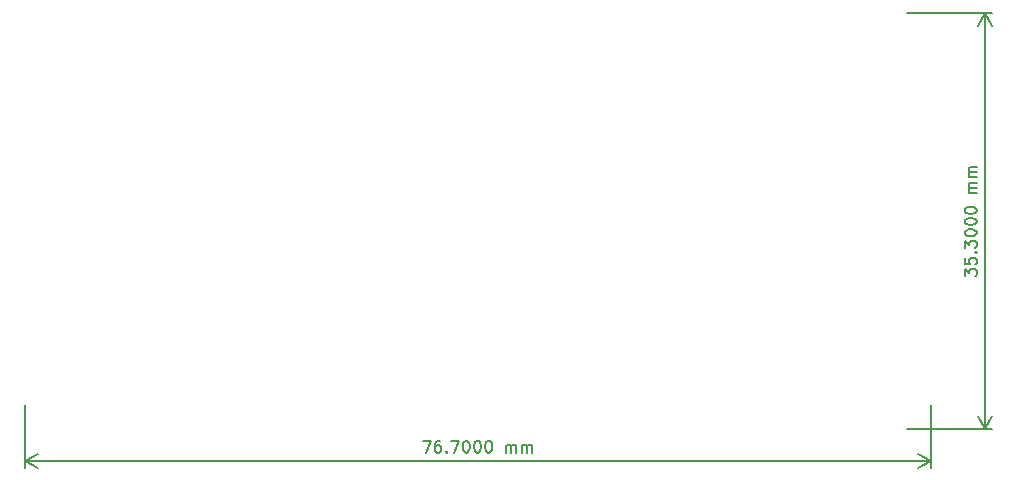
<source format=gbr>
%TF.GenerationSoftware,KiCad,Pcbnew,7.0.8*%
%TF.CreationDate,2023-12-06T00:15:52+05:30*%
%TF.ProjectId,PD Board,50442042-6f61-4726-942e-6b696361645f,V04*%
%TF.SameCoordinates,Original*%
%TF.FileFunction,Other,User*%
%FSLAX46Y46*%
G04 Gerber Fmt 4.6, Leading zero omitted, Abs format (unit mm)*
G04 Created by KiCad (PCBNEW 7.0.8) date 2023-12-06 00:15:52*
%MOMM*%
%LPD*%
G01*
G04 APERTURE LIST*
%ADD10C,0.150000*%
G04 APERTURE END LIST*
D10*
X224383334Y-108604818D02*
X225050000Y-108604818D01*
X225050000Y-108604818D02*
X224621429Y-109604818D01*
X225859524Y-108604818D02*
X225669048Y-108604818D01*
X225669048Y-108604818D02*
X225573810Y-108652437D01*
X225573810Y-108652437D02*
X225526191Y-108700056D01*
X225526191Y-108700056D02*
X225430953Y-108842913D01*
X225430953Y-108842913D02*
X225383334Y-109033389D01*
X225383334Y-109033389D02*
X225383334Y-109414341D01*
X225383334Y-109414341D02*
X225430953Y-109509579D01*
X225430953Y-109509579D02*
X225478572Y-109557199D01*
X225478572Y-109557199D02*
X225573810Y-109604818D01*
X225573810Y-109604818D02*
X225764286Y-109604818D01*
X225764286Y-109604818D02*
X225859524Y-109557199D01*
X225859524Y-109557199D02*
X225907143Y-109509579D01*
X225907143Y-109509579D02*
X225954762Y-109414341D01*
X225954762Y-109414341D02*
X225954762Y-109176246D01*
X225954762Y-109176246D02*
X225907143Y-109081008D01*
X225907143Y-109081008D02*
X225859524Y-109033389D01*
X225859524Y-109033389D02*
X225764286Y-108985770D01*
X225764286Y-108985770D02*
X225573810Y-108985770D01*
X225573810Y-108985770D02*
X225478572Y-109033389D01*
X225478572Y-109033389D02*
X225430953Y-109081008D01*
X225430953Y-109081008D02*
X225383334Y-109176246D01*
X226383334Y-109509579D02*
X226430953Y-109557199D01*
X226430953Y-109557199D02*
X226383334Y-109604818D01*
X226383334Y-109604818D02*
X226335715Y-109557199D01*
X226335715Y-109557199D02*
X226383334Y-109509579D01*
X226383334Y-109509579D02*
X226383334Y-109604818D01*
X226764286Y-108604818D02*
X227430952Y-108604818D01*
X227430952Y-108604818D02*
X227002381Y-109604818D01*
X228002381Y-108604818D02*
X228097619Y-108604818D01*
X228097619Y-108604818D02*
X228192857Y-108652437D01*
X228192857Y-108652437D02*
X228240476Y-108700056D01*
X228240476Y-108700056D02*
X228288095Y-108795294D01*
X228288095Y-108795294D02*
X228335714Y-108985770D01*
X228335714Y-108985770D02*
X228335714Y-109223865D01*
X228335714Y-109223865D02*
X228288095Y-109414341D01*
X228288095Y-109414341D02*
X228240476Y-109509579D01*
X228240476Y-109509579D02*
X228192857Y-109557199D01*
X228192857Y-109557199D02*
X228097619Y-109604818D01*
X228097619Y-109604818D02*
X228002381Y-109604818D01*
X228002381Y-109604818D02*
X227907143Y-109557199D01*
X227907143Y-109557199D02*
X227859524Y-109509579D01*
X227859524Y-109509579D02*
X227811905Y-109414341D01*
X227811905Y-109414341D02*
X227764286Y-109223865D01*
X227764286Y-109223865D02*
X227764286Y-108985770D01*
X227764286Y-108985770D02*
X227811905Y-108795294D01*
X227811905Y-108795294D02*
X227859524Y-108700056D01*
X227859524Y-108700056D02*
X227907143Y-108652437D01*
X227907143Y-108652437D02*
X228002381Y-108604818D01*
X228954762Y-108604818D02*
X229050000Y-108604818D01*
X229050000Y-108604818D02*
X229145238Y-108652437D01*
X229145238Y-108652437D02*
X229192857Y-108700056D01*
X229192857Y-108700056D02*
X229240476Y-108795294D01*
X229240476Y-108795294D02*
X229288095Y-108985770D01*
X229288095Y-108985770D02*
X229288095Y-109223865D01*
X229288095Y-109223865D02*
X229240476Y-109414341D01*
X229240476Y-109414341D02*
X229192857Y-109509579D01*
X229192857Y-109509579D02*
X229145238Y-109557199D01*
X229145238Y-109557199D02*
X229050000Y-109604818D01*
X229050000Y-109604818D02*
X228954762Y-109604818D01*
X228954762Y-109604818D02*
X228859524Y-109557199D01*
X228859524Y-109557199D02*
X228811905Y-109509579D01*
X228811905Y-109509579D02*
X228764286Y-109414341D01*
X228764286Y-109414341D02*
X228716667Y-109223865D01*
X228716667Y-109223865D02*
X228716667Y-108985770D01*
X228716667Y-108985770D02*
X228764286Y-108795294D01*
X228764286Y-108795294D02*
X228811905Y-108700056D01*
X228811905Y-108700056D02*
X228859524Y-108652437D01*
X228859524Y-108652437D02*
X228954762Y-108604818D01*
X229907143Y-108604818D02*
X230002381Y-108604818D01*
X230002381Y-108604818D02*
X230097619Y-108652437D01*
X230097619Y-108652437D02*
X230145238Y-108700056D01*
X230145238Y-108700056D02*
X230192857Y-108795294D01*
X230192857Y-108795294D02*
X230240476Y-108985770D01*
X230240476Y-108985770D02*
X230240476Y-109223865D01*
X230240476Y-109223865D02*
X230192857Y-109414341D01*
X230192857Y-109414341D02*
X230145238Y-109509579D01*
X230145238Y-109509579D02*
X230097619Y-109557199D01*
X230097619Y-109557199D02*
X230002381Y-109604818D01*
X230002381Y-109604818D02*
X229907143Y-109604818D01*
X229907143Y-109604818D02*
X229811905Y-109557199D01*
X229811905Y-109557199D02*
X229764286Y-109509579D01*
X229764286Y-109509579D02*
X229716667Y-109414341D01*
X229716667Y-109414341D02*
X229669048Y-109223865D01*
X229669048Y-109223865D02*
X229669048Y-108985770D01*
X229669048Y-108985770D02*
X229716667Y-108795294D01*
X229716667Y-108795294D02*
X229764286Y-108700056D01*
X229764286Y-108700056D02*
X229811905Y-108652437D01*
X229811905Y-108652437D02*
X229907143Y-108604818D01*
X231430953Y-109604818D02*
X231430953Y-108938151D01*
X231430953Y-109033389D02*
X231478572Y-108985770D01*
X231478572Y-108985770D02*
X231573810Y-108938151D01*
X231573810Y-108938151D02*
X231716667Y-108938151D01*
X231716667Y-108938151D02*
X231811905Y-108985770D01*
X231811905Y-108985770D02*
X231859524Y-109081008D01*
X231859524Y-109081008D02*
X231859524Y-109604818D01*
X231859524Y-109081008D02*
X231907143Y-108985770D01*
X231907143Y-108985770D02*
X232002381Y-108938151D01*
X232002381Y-108938151D02*
X232145238Y-108938151D01*
X232145238Y-108938151D02*
X232240477Y-108985770D01*
X232240477Y-108985770D02*
X232288096Y-109081008D01*
X232288096Y-109081008D02*
X232288096Y-109604818D01*
X232764286Y-109604818D02*
X232764286Y-108938151D01*
X232764286Y-109033389D02*
X232811905Y-108985770D01*
X232811905Y-108985770D02*
X232907143Y-108938151D01*
X232907143Y-108938151D02*
X233050000Y-108938151D01*
X233050000Y-108938151D02*
X233145238Y-108985770D01*
X233145238Y-108985770D02*
X233192857Y-109081008D01*
X233192857Y-109081008D02*
X233192857Y-109604818D01*
X233192857Y-109081008D02*
X233240476Y-108985770D01*
X233240476Y-108985770D02*
X233335714Y-108938151D01*
X233335714Y-108938151D02*
X233478571Y-108938151D01*
X233478571Y-108938151D02*
X233573810Y-108985770D01*
X233573810Y-108985770D02*
X233621429Y-109081008D01*
X233621429Y-109081008D02*
X233621429Y-109604818D01*
X190700000Y-105604416D02*
X190700000Y-110886419D01*
X267400000Y-105604416D02*
X267400000Y-110886419D01*
X190700000Y-110299999D02*
X267400000Y-110299999D01*
X190700000Y-110299999D02*
X267400000Y-110299999D01*
X190700000Y-110299999D02*
X191826504Y-109713578D01*
X190700000Y-110299999D02*
X191826504Y-110886420D01*
X267400000Y-110299999D02*
X266273496Y-110886420D01*
X267400000Y-110299999D02*
X266273496Y-109713578D01*
X270254819Y-94666665D02*
X270254819Y-94047618D01*
X270254819Y-94047618D02*
X270635771Y-94380951D01*
X270635771Y-94380951D02*
X270635771Y-94238094D01*
X270635771Y-94238094D02*
X270683390Y-94142856D01*
X270683390Y-94142856D02*
X270731009Y-94095237D01*
X270731009Y-94095237D02*
X270826247Y-94047618D01*
X270826247Y-94047618D02*
X271064342Y-94047618D01*
X271064342Y-94047618D02*
X271159580Y-94095237D01*
X271159580Y-94095237D02*
X271207200Y-94142856D01*
X271207200Y-94142856D02*
X271254819Y-94238094D01*
X271254819Y-94238094D02*
X271254819Y-94523808D01*
X271254819Y-94523808D02*
X271207200Y-94619046D01*
X271207200Y-94619046D02*
X271159580Y-94666665D01*
X270254819Y-93142856D02*
X270254819Y-93619046D01*
X270254819Y-93619046D02*
X270731009Y-93666665D01*
X270731009Y-93666665D02*
X270683390Y-93619046D01*
X270683390Y-93619046D02*
X270635771Y-93523808D01*
X270635771Y-93523808D02*
X270635771Y-93285713D01*
X270635771Y-93285713D02*
X270683390Y-93190475D01*
X270683390Y-93190475D02*
X270731009Y-93142856D01*
X270731009Y-93142856D02*
X270826247Y-93095237D01*
X270826247Y-93095237D02*
X271064342Y-93095237D01*
X271064342Y-93095237D02*
X271159580Y-93142856D01*
X271159580Y-93142856D02*
X271207200Y-93190475D01*
X271207200Y-93190475D02*
X271254819Y-93285713D01*
X271254819Y-93285713D02*
X271254819Y-93523808D01*
X271254819Y-93523808D02*
X271207200Y-93619046D01*
X271207200Y-93619046D02*
X271159580Y-93666665D01*
X271159580Y-92666665D02*
X271207200Y-92619046D01*
X271207200Y-92619046D02*
X271254819Y-92666665D01*
X271254819Y-92666665D02*
X271207200Y-92714284D01*
X271207200Y-92714284D02*
X271159580Y-92666665D01*
X271159580Y-92666665D02*
X271254819Y-92666665D01*
X270254819Y-92285713D02*
X270254819Y-91666666D01*
X270254819Y-91666666D02*
X270635771Y-91999999D01*
X270635771Y-91999999D02*
X270635771Y-91857142D01*
X270635771Y-91857142D02*
X270683390Y-91761904D01*
X270683390Y-91761904D02*
X270731009Y-91714285D01*
X270731009Y-91714285D02*
X270826247Y-91666666D01*
X270826247Y-91666666D02*
X271064342Y-91666666D01*
X271064342Y-91666666D02*
X271159580Y-91714285D01*
X271159580Y-91714285D02*
X271207200Y-91761904D01*
X271207200Y-91761904D02*
X271254819Y-91857142D01*
X271254819Y-91857142D02*
X271254819Y-92142856D01*
X271254819Y-92142856D02*
X271207200Y-92238094D01*
X271207200Y-92238094D02*
X271159580Y-92285713D01*
X270254819Y-91047618D02*
X270254819Y-90952380D01*
X270254819Y-90952380D02*
X270302438Y-90857142D01*
X270302438Y-90857142D02*
X270350057Y-90809523D01*
X270350057Y-90809523D02*
X270445295Y-90761904D01*
X270445295Y-90761904D02*
X270635771Y-90714285D01*
X270635771Y-90714285D02*
X270873866Y-90714285D01*
X270873866Y-90714285D02*
X271064342Y-90761904D01*
X271064342Y-90761904D02*
X271159580Y-90809523D01*
X271159580Y-90809523D02*
X271207200Y-90857142D01*
X271207200Y-90857142D02*
X271254819Y-90952380D01*
X271254819Y-90952380D02*
X271254819Y-91047618D01*
X271254819Y-91047618D02*
X271207200Y-91142856D01*
X271207200Y-91142856D02*
X271159580Y-91190475D01*
X271159580Y-91190475D02*
X271064342Y-91238094D01*
X271064342Y-91238094D02*
X270873866Y-91285713D01*
X270873866Y-91285713D02*
X270635771Y-91285713D01*
X270635771Y-91285713D02*
X270445295Y-91238094D01*
X270445295Y-91238094D02*
X270350057Y-91190475D01*
X270350057Y-91190475D02*
X270302438Y-91142856D01*
X270302438Y-91142856D02*
X270254819Y-91047618D01*
X270254819Y-90095237D02*
X270254819Y-89999999D01*
X270254819Y-89999999D02*
X270302438Y-89904761D01*
X270302438Y-89904761D02*
X270350057Y-89857142D01*
X270350057Y-89857142D02*
X270445295Y-89809523D01*
X270445295Y-89809523D02*
X270635771Y-89761904D01*
X270635771Y-89761904D02*
X270873866Y-89761904D01*
X270873866Y-89761904D02*
X271064342Y-89809523D01*
X271064342Y-89809523D02*
X271159580Y-89857142D01*
X271159580Y-89857142D02*
X271207200Y-89904761D01*
X271207200Y-89904761D02*
X271254819Y-89999999D01*
X271254819Y-89999999D02*
X271254819Y-90095237D01*
X271254819Y-90095237D02*
X271207200Y-90190475D01*
X271207200Y-90190475D02*
X271159580Y-90238094D01*
X271159580Y-90238094D02*
X271064342Y-90285713D01*
X271064342Y-90285713D02*
X270873866Y-90333332D01*
X270873866Y-90333332D02*
X270635771Y-90333332D01*
X270635771Y-90333332D02*
X270445295Y-90285713D01*
X270445295Y-90285713D02*
X270350057Y-90238094D01*
X270350057Y-90238094D02*
X270302438Y-90190475D01*
X270302438Y-90190475D02*
X270254819Y-90095237D01*
X270254819Y-89142856D02*
X270254819Y-89047618D01*
X270254819Y-89047618D02*
X270302438Y-88952380D01*
X270302438Y-88952380D02*
X270350057Y-88904761D01*
X270350057Y-88904761D02*
X270445295Y-88857142D01*
X270445295Y-88857142D02*
X270635771Y-88809523D01*
X270635771Y-88809523D02*
X270873866Y-88809523D01*
X270873866Y-88809523D02*
X271064342Y-88857142D01*
X271064342Y-88857142D02*
X271159580Y-88904761D01*
X271159580Y-88904761D02*
X271207200Y-88952380D01*
X271207200Y-88952380D02*
X271254819Y-89047618D01*
X271254819Y-89047618D02*
X271254819Y-89142856D01*
X271254819Y-89142856D02*
X271207200Y-89238094D01*
X271207200Y-89238094D02*
X271159580Y-89285713D01*
X271159580Y-89285713D02*
X271064342Y-89333332D01*
X271064342Y-89333332D02*
X270873866Y-89380951D01*
X270873866Y-89380951D02*
X270635771Y-89380951D01*
X270635771Y-89380951D02*
X270445295Y-89333332D01*
X270445295Y-89333332D02*
X270350057Y-89285713D01*
X270350057Y-89285713D02*
X270302438Y-89238094D01*
X270302438Y-89238094D02*
X270254819Y-89142856D01*
X271254819Y-87619046D02*
X270588152Y-87619046D01*
X270683390Y-87619046D02*
X270635771Y-87571427D01*
X270635771Y-87571427D02*
X270588152Y-87476189D01*
X270588152Y-87476189D02*
X270588152Y-87333332D01*
X270588152Y-87333332D02*
X270635771Y-87238094D01*
X270635771Y-87238094D02*
X270731009Y-87190475D01*
X270731009Y-87190475D02*
X271254819Y-87190475D01*
X270731009Y-87190475D02*
X270635771Y-87142856D01*
X270635771Y-87142856D02*
X270588152Y-87047618D01*
X270588152Y-87047618D02*
X270588152Y-86904761D01*
X270588152Y-86904761D02*
X270635771Y-86809522D01*
X270635771Y-86809522D02*
X270731009Y-86761903D01*
X270731009Y-86761903D02*
X271254819Y-86761903D01*
X271254819Y-86285713D02*
X270588152Y-86285713D01*
X270683390Y-86285713D02*
X270635771Y-86238094D01*
X270635771Y-86238094D02*
X270588152Y-86142856D01*
X270588152Y-86142856D02*
X270588152Y-85999999D01*
X270588152Y-85999999D02*
X270635771Y-85904761D01*
X270635771Y-85904761D02*
X270731009Y-85857142D01*
X270731009Y-85857142D02*
X271254819Y-85857142D01*
X270731009Y-85857142D02*
X270635771Y-85809523D01*
X270635771Y-85809523D02*
X270588152Y-85714285D01*
X270588152Y-85714285D02*
X270588152Y-85571428D01*
X270588152Y-85571428D02*
X270635771Y-85476189D01*
X270635771Y-85476189D02*
X270731009Y-85428570D01*
X270731009Y-85428570D02*
X271254819Y-85428570D01*
X265350000Y-72350000D02*
X272536420Y-72350000D01*
X265350000Y-107650000D02*
X272536420Y-107650000D01*
X271950000Y-72350000D02*
X271950000Y-107650000D01*
X271950000Y-72350000D02*
X271950000Y-107650000D01*
X271950000Y-72350000D02*
X272536421Y-73476504D01*
X271950000Y-72350000D02*
X271363579Y-73476504D01*
X271950000Y-107650000D02*
X271363579Y-106523496D01*
X271950000Y-107650000D02*
X272536421Y-106523496D01*
M02*

</source>
